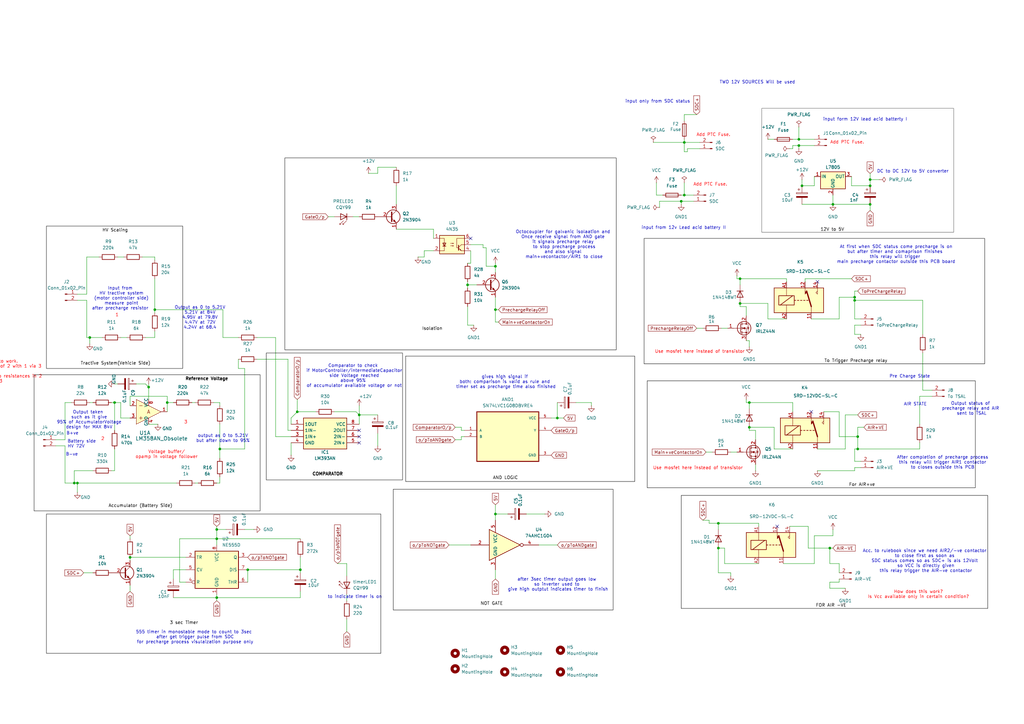
<source format=kicad_sch>
(kicad_sch (version 20231120) (generator "eeschema") (generator_version "8.0")
  (paper "A3")
  (junction (at 191.77 116.84))
  (junction (at 356.87 73.66))
  (junction (at 280.67 58.42))
  (junction (at 63.5 127))
  (junction (at 294.64 224.79))
  (junction (at 307.34 165.1))
  (junction (at 60.96 158.75))
  (junction (at 327.66 57.15))
  (junction (at 294.64 214.63))
  (junction (at 303.53 114.3))
  (junction (at 356.87 83.82))
  (junction (at 356.87 76.2))
  (junction (at 90.17 184.15))
  (junction (at 340.36 224.79))
  (junction (at 121.92 168.91))
  (junction (at 327.66 59.69))
  (junction (at 88.9 217.17))
  (junction (at 53.34 228.6))
  (junction (at 351.79 184.15))
  (junction (at 203.2 109.22))
  (junction (at 303.53 124.46))
  (junction (at 203.2 127))
  (junction (at 203.2 210.82))
  (junction (at 307.34 175.26))
  (junction (at 280.67 80.01))
  (junction (at 341.63 83.82))
  (junction (at 351.79 179.07))
  (junction (at 123.19 233.68))
  (junction (at 36.83 138.43))
  (junction (at 328.93 76.2))
  (junction (at 101.6 233.68))
  (junction (at 31.75 198.12))
  (junction (at 68.58 165.1))
  (junction (at 88.9 245.11))
  (junction (at 147.32 170.18))
  (junction (at 279.4 82.55))
  (junction (at 88.9 220.98))
  (junction (at 30.48 198.12))
  (junction (at 228.6 171.45))
  (junction (at 350.52 121.92))
  (junction (at 350.52 123.19))
  (junction (at 46.99 165.1))
  (no_connect (at 332.74 168.91))
  (no_connect (at 147.32 176.53))
  (no_connect (at 147.32 181.61))
  (no_connect (at 147.32 179.07))
  (no_connect (at 318.77 215.9))
  (no_connect (at 193.04 97.79))
  (no_connect (at 335.28 115.57))
  (wire (pts (xy 189.23 176.53) (xy 190.5 176.53)))
  (wire (pts (xy 327.66 59.69) (xy 334.01 59.69)))
  (wire (pts (xy 327.66 57.15) (xy 334.01 57.15)))
  (wire (pts (xy 309.88 176.53) (xy 307.34 176.53)))
  (wire (pts (xy 344.17 231.14) (xy 344.17 234.95)))
  (wire (pts (xy 350.52 191.77) (xy 353.06 191.77)))
  (wire (pts (xy 317.5 184.15) (xy 325.12 184.15)))
  (wire (pts (xy 349.25 76.2) (xy 356.87 76.2)))
  (wire (pts (xy 314.96 57.15) (xy 317.5 57.15)))
  (wire (pts (xy 137.16 168.91) (xy 146.05 168.91)))
  (wire (pts (xy 331.47 224.79) (xy 340.36 224.79)))
  (wire (pts (xy 35.56 123.19) (xy 35.56 138.43)))
  (wire (pts (xy 147.32 166.37) (xy 147.32 170.18)))
  (wire (pts (xy 302.26 113.03) (xy 302.26 114.3)))
  (wire (pts (xy 341.63 224.79) (xy 340.36 224.79)))
  (wire (pts (xy 346.71 241.3) (xy 340.36 241.3)))
  (wire (pts (xy 60.96 157.48) (xy 60.96 158.75)))
  (wire (pts (xy 113.03 179.07) (xy 119.38 179.07)))
  (wire (pts (xy 68.58 165.1) (xy 71.12 165.1)))
  (wire (pts (xy 49.53 138.43) (xy 52.07 138.43)))
  (wire (pts (xy 88.9 246.38) (xy 88.9 245.11)))
  (wire (pts (xy 147.32 170.18) (xy 154.94 170.18)))
  (wire (pts (xy 88.9 245.11) (xy 88.9 243.84)))
  (wire (pts (xy 177.8 93.98) (xy 177.8 97.79)))
  (wire (pts (xy 204.47 132.08) (xy 203.2 132.08)))
  (wire (pts (xy 314.96 130.81) (xy 322.58 130.81)))
  (wire (pts (xy 31.75 201.93) (xy 31.75 198.12)))
  (wire (pts (xy 22.86 182.88) (xy 26.67 182.88)))
  (wire (pts (xy 344.17 179.07) (xy 351.79 179.07)))
  (wire (pts (xy 34.29 234.95) (xy 38.1 234.95)))
  (wire (pts (xy 280.67 74.93) (xy 280.67 80.01)))
  (wire (pts (xy 53.34 171.45) (xy 49.53 171.45)))
  (wire (pts (xy 299.72 185.42) (xy 302.26 185.42)))
  (wire (pts (xy 314.96 124.46) (xy 314.96 130.81)))
  (wire (pts (xy 31.75 123.19) (xy 35.56 123.19)))
  (wire (pts (xy 280.67 80.01) (xy 284.48 80.01)))
  (wire (pts (xy 325.12 59.69) (xy 327.66 59.69)))
  (wire (pts (xy 321.31 231.14) (xy 334.01 231.14)))
  (wire (pts (xy 340.36 231.14) (xy 340.36 224.79)))
  (wire (pts (xy 123.19 242.57) (xy 123.19 245.11)))
  (wire (pts (xy 90.17 173.99) (xy 90.17 184.15)))
  (wire (pts (xy 311.15 214.63) (xy 311.15 215.9)))
  (wire (pts (xy 186.69 175.26) (xy 189.23 175.26)))
  (wire (pts (xy 378.46 123.19) (xy 378.46 137.16)))
  (wire (pts (xy 353.06 130.81) (xy 350.52 130.81)))
  (wire (pts (xy 279.4 82.55) (xy 284.48 82.55)))
  (wire (pts (xy 297.18 224.79) (xy 294.64 224.79)))
  (wire (pts (xy 36.83 138.43) (xy 36.83 140.97)))
  (wire (pts (xy 184.15 223.52) (xy 193.04 223.52)))
  (wire (pts (xy 58.42 105.41) (xy 63.5 105.41)))
  (wire (pts (xy 198.12 101.6) (xy 199.39 101.6)))
  (wire (pts (xy 123.19 233.68) (xy 123.19 234.95)))
  (wire (pts (xy 71.12 233.68) (xy 76.2 233.68)))
  (wire (pts (xy 302.26 114.3) (xy 303.53 114.3)))
  (wire (pts (xy 323.85 60.96) (xy 325.12 60.96)))
  (wire (pts (xy 199.39 109.22) (xy 203.2 109.22)))
  (wire (pts (xy 198.12 100.33) (xy 198.12 101.6)))
  (wire (pts (xy 173.99 102.87) (xy 177.8 102.87)))
  (wire (pts (xy 317.5 175.26) (xy 317.5 184.15)))
  (wire (pts (xy 189.23 175.26) (xy 189.23 176.53)))
  (wire (pts (xy 334.01 219.71) (xy 341.63 219.71)))
  (wire (pts (xy 73.66 220.98) (xy 73.66 238.76)))
  (wire (pts (xy 59.69 157.48) (xy 60.96 158.75)))
  (wire (pts (xy 351.79 184.15) (xy 351.79 179.07)))
  (wire (pts (xy 344.17 121.92) (xy 350.52 121.92)))
  (wire (pts (xy 356.87 83.82) (xy 356.87 86.36)))
  (wire (pts (xy 346.71 170.18) (xy 351.79 170.18)))
  (wire (pts (xy 335.28 193.04) (xy 350.52 193.04)))
  (wire (pts (xy 189.23 180.34) (xy 186.69 180.34)))
  (wire (pts (xy 63.5 105.41) (xy 63.5 106.68)))
  (wire (pts (xy 90.17 184.15) (xy 100.33 184.15)))
  (wire (pts (xy 341.63 83.82) (xy 356.87 83.82)))
  (wire (pts (xy 350.52 123.19) (xy 350.52 130.81)))
  (wire (pts (xy 71.12 245.11) (xy 88.9 245.11)))
  (wire (pts (xy 377.19 184.15) (xy 377.19 181.61)))
  (wire (pts (xy 303.53 114.3) (xy 303.53 116.84)))
  (wire (pts (xy 303.53 125.73) (xy 303.53 124.46)))
  (wire (pts (xy 242.57 165.1) (xy 236.22 165.1)))
  (wire (pts (xy 295.91 134.62) (xy 298.45 134.62)))
  (wire (pts (xy 162.56 76.2) (xy 162.56 83.82)))
  (wire (pts (xy 281.94 60.96) (xy 287.02 60.96)))
  (wire (pts (xy 344.17 130.81) (xy 344.17 121.92)))
  (wire (pts (xy 203.2 107.95) (xy 203.2 109.22)))
  (wire (pts (xy 100.33 151.13) (xy 97.79 151.13)))
  (wire (pts (xy 194.31 133.35) (xy 191.77 133.35)))
  (wire (pts (xy 146.05 168.91) (xy 147.32 170.18)))
  (wire (pts (xy 309.88 190.5) (xy 309.88 193.04)))
  (wire (pts (xy 60.96 173.99) (xy 64.77 173.99)))
  (wire (pts (xy 353.06 189.23) (xy 350.52 189.23)))
  (wire (pts (xy 203.2 207.01) (xy 203.2 210.82)))
  (wire (pts (xy 285.75 46.99) (xy 280.67 46.99)))
  (wire (pts (xy 334.01 72.39) (xy 334.01 76.2)))
  (wire (pts (xy 190.5 179.07) (xy 189.23 179.07)))
  (wire (pts (xy 59.69 138.43) (xy 63.5 138.43)))
  (wire (pts (xy 280.67 46.99) (xy 280.67 49.53)))
  (wire (pts (xy 307.34 142.24) (xy 307.34 139.7)))
  (wire (pts (xy 45.72 165.1) (xy 46.99 165.1)))
  (wire (pts (xy 154.94 71.12) (xy 151.13 71.12)))
  (wire (pts (xy 378.46 144.78) (xy 378.46 160.02)))
  (wire (pts (xy 154.94 177.8) (xy 154.94 182.88)))
  (wire (pts (xy 346.71 184.15) (xy 346.71 170.18)))
  (wire (pts (xy 306.07 129.54) (xy 306.07 125.73)))
  (wire (pts (xy 297.18 231.14) (xy 311.15 231.14)))
  (wire (pts (xy 63.5 114.3) (xy 63.5 127)))
  (wire (pts (xy 228.6 171.45) (xy 231.14 171.45)))
  (wire (pts (xy 203.2 121.92) (xy 203.2 127)))
  (wire (pts (xy 121.92 163.83) (xy 121.92 168.91)))
  (wire (pts (xy 191.77 116.84) (xy 191.77 118.11)))
  (wire (pts (xy 88.9 245.11) (xy 123.19 245.11)))
  (wire (pts (xy 191.77 125.73) (xy 191.77 133.35)))
  (wire (pts (xy 123.19 220.98) (xy 88.9 220.98)))
  (wire (pts (xy 378.46 160.02) (xy 382.27 160.02)))
  (wire (pts (xy 193.04 107.95) (xy 191.77 107.95)))
  (wire (pts (xy 97.79 151.13) (xy 97.79 147.32)))
  (wire (pts (xy 350.52 119.38) (xy 350.52 121.92)))
  (wire (pts (xy 118.11 176.53) (xy 119.38 176.53)))
  (wire (pts (xy 269.24 80.01) (xy 271.78 80.01)))
  (wire (pts (xy 307.34 176.53) (xy 307.34 175.26)))
  (wire (pts (xy 90.17 198.12) (xy 90.17 195.58)))
  (wire (pts (xy 191.77 116.84) (xy 195.58 116.84)))
  (wire (pts (xy 377.19 173.99) (xy 377.19 162.56)))
  (wire (pts (xy 288.29 213.36) (xy 290.83 213.36)))
  (wire (pts (xy 173.99 105.41) (xy 171.45 105.41)))
  (wire (pts (xy 191.77 115.57) (xy 191.77 116.84)))
  (wire (pts (xy 280.67 57.15) (xy 280.67 58.42)))
  (wire (pts (xy 269.24 74.93) (xy 269.24 80.01)))
  (wire (pts (xy 215.9 210.82) (xy 223.52 210.82)))
  (wire (pts (xy 129.54 168.91) (xy 121.92 168.91)))
  (wire (pts (xy 325.12 165.1) (xy 325.12 168.91)))
  (wire (pts (xy 91.44 127) (xy 91.44 138.43)))
  (wire (pts (xy 53.34 166.37) (xy 53.34 162.56)))
  (wire (pts (xy 119.38 181.61) (xy 119.38 186.69)))
  (wire (pts (xy 46.99 184.15) (xy 46.99 193.04)))
  (wire (pts (xy 203.2 233.68) (xy 203.2 237.49)))
  (wire (pts (xy 36.83 138.43) (xy 41.91 138.43)))
  (wire (pts (xy 203.2 210.82) (xy 203.2 213.36)))
  (wire (pts (xy 78.74 165.1) (xy 80.01 165.1)))
  (wire (pts (xy 294.64 224.79) (xy 294.64 234.95)))
  (wire (pts (xy 327.66 60.96) (xy 327.66 59.69)))
  (wire (pts (xy 351.79 184.15) (xy 377.19 184.15)))
  (wire (pts (xy 53.34 162.56) (xy 68.58 162.56)))
  (wire (pts (xy 55.88 157.48) (xy 59.69 157.48)))
  (wire (pts (xy 351.79 179.07) (xy 351.79 175.26)))
  (wire (pts (xy 330.2 114.3) (xy 349.25 114.3)))
  (wire (pts (xy 351.79 119.38) (xy 350.52 119.38)))
  (wire (pts (xy 350.52 137.16) (xy 350.52 133.35)))
  (wire (pts (xy 341.63 219.71) (xy 341.63 217.17)))
  (wire (pts (xy 303.53 114.3) (xy 322.58 114.3)))
  (wire (pts (xy 350.52 133.35) (xy 353.06 133.35)))
  (wire (pts (xy 377.19 162.56) (xy 382.27 162.56)))
  (wire (pts (xy 226.06 171.45) (xy 228.6 171.45)))
  (wire (pts (xy 46.99 165.1) (xy 46.99 176.53)))
  (wire (pts (xy 138.43 231.14) (xy 142.24 231.14)))
  (wire (pts (xy 35.56 138.43) (xy 36.83 138.43)))
  (wire (pts (xy 80.01 198.12) (xy 81.28 198.12)))
  (wire (pts (xy 63.5 127) (xy 91.44 127)))
  (wire (pts (xy 289.56 185.42) (xy 292.1 185.42)))
  (wire (pts (xy 26.67 180.34) (xy 26.67 165.1)))
  (wire (pts (xy 35.56 120.65) (xy 35.56 105.41)))
  (wire (pts (xy 331.47 215.9) (xy 331.47 224.79)))
  (wire (pts (xy 325.12 60.96) (xy 325.12 59.69)))
  (wire (pts (xy 63.5 127) (xy 63.5 128.27)))
  (wire (pts (xy 68.58 165.1) (xy 68.58 168.91)))
  (wire (pts (xy 350.52 189.23) (xy 350.52 184.15)))
  (wire (pts (xy 63.5 138.43) (xy 63.5 135.89)))
  (wire (pts (xy 46.99 157.48) (xy 48.26 157.48)))
  (wire (pts (xy 228.6 165.1) (xy 228.6 171.45)))
  (wire (pts (xy 193.04 100.33) (xy 198.12 100.33)))
  (wire (pts (xy 53.34 228.6) (xy 53.34 229.87)))
  (wire (pts (xy 307.34 165.1) (xy 307.34 167.64)))
  (wire (pts (xy 113.03 138.43) (xy 105.41 138.43)))
  (wire (pts (xy 49.53 171.45) (xy 49.53 165.1)))
  (wire (pts (xy 349.25 72.39) (xy 349.25 76.2)))
  (wire (pts (xy 327.66 52.07) (xy 327.66 57.15)))
  (wire (pts (xy 30.48 193.04) (xy 38.1 193.04)))
  (wire (pts (xy 203.2 127) (xy 204.47 127)))
  (wire (pts (xy 354.33 175.26) (xy 351.79 175.26)))
  (wire (pts (xy 199.39 101.6) (xy 199.39 109.22)))
  (wire (pts (xy 26.67 198.12) (xy 30.48 198.12)))
  (wire (pts (xy 307.34 175.26) (xy 317.5 175.26)))
  (wire (pts (xy 193.04 102.87) (xy 193.04 107.95)))
  (wire (pts (xy 323.85 215.9) (xy 331.47 215.9)))
  (wire (pts (xy 113.03 138.43) (xy 113.03 179.07)))
  (wire (pts (xy 203.2 132.08) (xy 203.2 127)))
  (wire (pts (xy 88.9 215.9) (xy 88.9 217.17)))
  (wire (pts (xy 280.67 58.42) (xy 287.02 58.42)))
  (wire (pts (xy 53.34 228.6) (xy 76.2 228.6)))
  (wire (pts (xy 290.83 214.63) (xy 294.64 214.63)))
  (wire (pts (xy 144.78 88.9) (xy 147.32 88.9)))
  (wire (pts (xy 350.52 184.15) (xy 351.79 184.15)))
  (wire (pts (xy 356.87 71.12) (xy 356.87 73.66)))
  (wire (pts (xy 162.56 93.98) (xy 177.8 93.98)))
  (wire (pts (xy 270.51 85.09) (xy 270.51 82.55)))
  (wire (pts (xy 332.74 130.81) (xy 344.17 130.81)))
  (wire (pts (xy 328.93 83.82) (xy 341.63 83.82)))
  (wire (pts (xy 88.9 223.52) (xy 88.9 220.98)))
  (wire (pts (xy 306.07 125.73) (xy 303.53 125.73)))
  (wire (pts (xy 330.2 115.57) (xy 330.2 114.3)))
  (wire (pts (xy 328.93 73.66) (xy 328.93 76.2)))
  (wire (pts (xy 281.94 62.23) (xy 280.67 62.23)))
  (wire (pts (xy 285.75 134.62) (xy 288.29 134.62)))
  (wire (pts (xy 297.18 224.79) (xy 297.18 231.14)))
  (wire (pts (xy 53.34 240.03) (xy 53.34 242.57)))
  (wire (pts (xy 203.2 109.22) (xy 203.2 111.76)))
  (wire (pts (xy 142.24 231.14) (xy 142.24 236.22)))
  (wire (pts (xy 294.64 234.95) (xy 299.72 234.95)))
  (wire (pts (xy 88.9 198.12) (xy 90.17 198.12)))
  (wire (pts (xy 294.64 214.63) (xy 294.64 217.17)))
  (wire (pts (xy 31.75 198.12) (xy 72.39 198.12)))
  (wire (pts (xy 60.96 158.75) (xy 60.96 163.83)))
  (wire (pts (xy 270.51 82.55) (xy 279.4 82.55)))
  (wire (pts (xy 121.92 168.91) (xy 119.38 171.45)))
  (wire (pts (xy 294.64 214.63) (xy 311.15 214.63)))
  (wire (pts (xy 134.62 88.9) (xy 137.16 88.9)))
  (wire (pts (xy 334.01 76.2) (xy 328.93 76.2)))
  (wire (pts (xy 68.58 162.56) (xy 68.58 165.1)))
  (wire (pts (xy 26.67 165.1) (xy 29.21 165.1)))
  (wire (pts (xy 189.23 179.07) (xy 189.23 180.34)))
  (wire (pts (xy 350.52 193.04) (xy 350.52 191.77)))
  (wire (pts (xy 344.17 231.14) (xy 340.36 231.14)))
  (wire (pts (xy 147.32 170.18) (xy 147.32 173.99)))
  (wire (pts (xy 290.83 213.36) (xy 290.83 214.63)))
  (wire (pts (xy 100.33 217.17) (xy 104.14 217.17)))
  (wire (pts (xy 31.75 120.65) (xy 35.56 120.65)))
  (wire (pts (xy 306.07 165.1) (xy 307.34 165.1)))
  (wire (pts (xy 48.26 105.41) (xy 50.8 105.41)))
  (wire (pts (xy 88.9 217.17) (xy 92.71 217.17)))
  (wire (pts (xy 118.11 147.32) (xy 118.11 176.53)))
  (wire (pts (xy 45.72 193.04) (xy 46.99 193.04)))
  (wire (pts (xy 281.94 60.96) (xy 281.94 62.23)))
  (wire (pts (xy 154.94 68.58) (xy 154.94 71.12)))
  (wire (pts (xy 309.88 180.34) (xy 309.88 176.53)))
  (wire (pts (xy 36.83 165.1) (xy 38.1 165.1)))
  (wire (pts (xy 87.63 165.1) (xy 90.17 165.1)))
  (wire (pts (xy 53.34 219.71) (xy 53.34 220.98)))
  (wire (pts (xy 307.34 165.1) (xy 325.12 165.1)))
  (wire (pts (xy 49.53 165.1) (xy 46.99 165.1)))
  (wire (pts (xy 299.72 234.95) (xy 299.72 236.22)))
  (wire (pts (xy 26.67 182.88) (xy 26.67 198.12)))
  (wire (pts (xy 154.94 68.58) (xy 162.56 68.58)))
  (wire (pts (xy 30.48 193.04) (xy 30.48 198.12)))
  (wire (pts (xy 350.52 121.92) (xy 350.52 123.19)))
  (wire (pts (xy 71.12 237.49) (xy 71.12 233.68)))
  (wire (pts (xy 303.53 124.46) (xy 314.96 124.46)))
  (wire (pts (xy 90.17 165.1) (xy 90.17 166.37)))
  (wire (pts (xy 356.87 73.66) (xy 360.68 73.66)))
  (wire (pts (xy 267.97 58.42) (xy 280.67 58.42)))
  (wire (pts (xy 242.57 166.37) (xy 242.57 165.1)))
  (wire (pts (xy 91.44 138.43) (xy 97.79 138.43)))
  (wire (pts (xy 203.2 210.82) (xy 208.28 210.82)))
  (wire (pts (xy 100.33 151.13) (xy 100.33 184.15)))
  (wire (pts (xy 350.52 123.19) (xy 378.46 123.19)))
  (wire (pts (xy 340.36 238.76) (xy 340.36 241.3)))
  (wire (pts (xy 306.07 163.83) (xy 306.07 165.1)))
  (wire (pts (xy 173.99 102.87) (xy 173.99 105.41)))
  (wire (pts (xy 356.87 73.66) (xy 356.87 76.2)))
  (wire (pts (xy 307.34 139.7) (xy 306.07 139.7)))
  (wire (pts (xy 88.9 217.17) (xy 88.9 220.98)))
  (wire (pts (xy 35.56 105.41) (xy 40.64 105.41)))
  (wire (pts (xy 119.38 171.45) (xy 119.38 173.99)))
  (wire (pts (xy 325.12 57.15) (xy 327.66 57.15)))
  (wire (pts (xy 280.67 62.23) (xy 280.67 58.42)))
  (wire (pts (xy 101.6 233.68) (xy 101.6 238.76)))
  (wire (pts (xy 350.52 137.16) (xy 353.06 137.16)))
  (wire (pts (xy 73.66 238.76) (xy 76.2 238.76)))
  (wire (pts (xy 337.82 168.91) (xy 344.17 168.91)))
  (wire (pts (xy 335.28 184.15) (xy 346.71 184.15)))
  (wire (pts (xy 88.9 220.98) (xy 73.66 220.98)))
  (wire (pts (xy 123.19 228.6) (xy 123.19 233.68)))
  (wire (pts (xy 322.58 114.3) (xy 322.58 115.57)))
  (wire (pts (xy 334.01 231.14) (xy 334.01 219.71)))
  (wire (pts (xy 340.36 238.76) (xy 344.17 238.76)))
  (wire (pts (xy 341.63 80.01) (xy 341.63 83.82)))
  (wire (pts (xy 279.4 82.55) (xy 279.4 83.82)))
  (wire (pts (xy 279.4 80.01) (xy 280.67 80.01)))
  (wire (pts (xy 22.86 180.34) (xy 26.67 180.34)))
  (wire (pts (xy 142.24 243.84) (xy 142.24 246.38)))
  (wire (pts (xy 118.11 147.32) (xy 105.41 147.32)))
  (wire (pts (xy 220.98 223.52) (xy 228.6 223.52)))
  (wire (pts (xy 344.17 238.76) (xy 344.17 237.49)))
  (wire (pts (xy 90.17 184.15) (xy 90.17 187.96)))
  (wire (pts (xy 142.24 254) (xy 142.24 259.08)))
  (wire (pts (xy 30.48 198.12) (xy 31.75 198.12)))
  (wire (pts (xy 344.17 168.91) (xy 344.17 179.07)))
  (wire (pts (xy 101.6 233.68) (xy 123.19 233.68)))
  (rectangle (start 19.05 92.71) (end 74.93 151.13) (stroke (width 0) (color 0 0 0 1)))
  (rectangle (start 109.22 144.78) (end 165.1 196.85) (stroke (width 0) (color 0 0 0 1)))
  (rectangle (start 116.84 64.77) (end 252.73 143.51) (stroke (width 0) (color 0 0 0 1)))
  (rectangle (start 312.42 44.45) (end 391.16 95.25) (stroke (width 0.1) (color 0 0 0 1)))
  (rectangle (start 264.16 97.79) (end 403.86 149.225) (stroke (width 0) (color 0 0 0 1)))
  (rectangle (start 279.4 203.2) (end 405.13 249.555) (stroke (width 0) (color 0 0 0 1)))
  (rectangle (start 13.97 153.67) (end 106.68 209.55) (stroke (width 0) (color 0 0 0 1)))
  (rectangle (start 265.43 156.21) (end 400.05 200.025) (stroke (width 0) (color 0 0 0 1)))
  (rectangle (start 161.29 200.66) (end 251.46 250.19) (stroke (width 0) (color 0 0 0 1)))
  (rectangle (start 19.05 210.82) (end 156.21 267.97) (stroke (width 0) (color 0 0 0 1)))
  (rectangle (start 166.37 146.05) (end 260.35 197.485) (stroke (width 0) (color 0 0 0 1)))
  (text "Acc. to rulebook since we need AIR2/-ve contactor \nto close first as soon as \nSDC status comes so as SDC+ is als 12Volt \nso VCC is directly given\nthis relay trigger the AIR-ve contactor" (at 379.73 230.124 0) (effects (font (size 1.27 1.27))))
  (text "B+ve" (at 29.718 177.8 0) (effects (font (size 1.27 1.27))))
  (text "FOR AIR -VE" (at 340.868 248.412 0) (effects (font (size 1.27 1.27))))
  (text "After completion of precharge process\nthis relay will trigger AIR1 contactor\n to closes outside this PCB " (at 386.588 189.738 0) (effects (font (size 1.27 1.27))))
  (text "TWO 12V SOURCES Will be used\n" (at 310.642 33.782 0) (effects (font (size 1.27 1.27))))
  (text "Output taken \nsuch as it give\n95% of AccumulatorVoltage\ndesign for MAX 84V" (at 36.576 172.212 0) (effects (font (size 1.27 1.27))))
  (text "B-ve" (at 29.464 186.436 0) (effects (font (size 1.27 1.27))))
  (text "Battery side" (at 33.528 181.102 0) (effects (font (size 1.27 1.27))))
  (text "output as 0 to 5.21V\nbut after down to 95%" (at 91.44 179.832 0) (effects (font (size 1.27 1.27))))
  (text "Add PTC Fuse." (at 292.608 55.372 0) (effects (font (size 1.27 1.27))))
  (text "COMPARATOR" (at 134.366 194.564 0) (effects (font (size 1.27 1.27) (thickness 0.254) (bold yes))))
  (text "Output status of \nprecharge relay and AIR \nsent to TSAL" (at 398.526 167.64 0) (effects (font (size 1.27 1.27))))
  (text "input only from SDC status\n" (at 269.748 41.656 0) (effects (font (size 1.27 1.27))))
  (text "NOT GATE" (at 201.676 247.65 0) (effects (font (size 1.27 1.27))))
  (text "Comparator to check \nif MotorController/intermediateCapacitor\nside Voltage reached\nabove 95% \nof accumulator available voltage or not" (at 145.288 154.178 0) (effects (font (size 1.27 1.27))))
  (text "Isolation" (at 177.292 134.874 0) (effects (font (size 1.27 1.27))))
  (text "How does this work?\nIs Vcc available only in certain condition?" (at 376.682 243.84 0) (effects (font (size 1.27 1.27))))
  (text "At first when SDC status come precharge is on\nbut after timer and comaprison finishes \nthis relay will trigger \nmain precharge contactor outside this PCB board" (at 367.538 104.394 0) (effects (font (size 1.27 1.27))))
  (text "Use mosfet here instead of transistor" (at 286.258 192.024 0) (effects (font (size 1.27 1.27))))
  (text "3 sec Timer" (at 75.438 255.524 0) (effects (font (size 1.27 1.27))))
  (text "after 3sec timer output goes low \nso inverter used to \ngive high outptut indicates timer to finish" (at 228.854 239.776 0) (effects (font (size 1.27 1.27))))
  (text "Reference Voltage" (at 75.946 156.21 0) (effects (font (size 1.27 1.27) (thickness 0.254) (bold yes)) (justify left bottom)))
  (text "Add PTC Fuse." (at 291.338 75.692 0) (effects (font (size 1.27 1.27))))
  (text "Pre Charge State" (at 373.126 154.432 0) (effects (font (size 1.27 1.27))))
  (text "12V to 5V\n" (at 341.376 94.234 0) (effects (font (size 1.27 1.27))))
  (text "555 timer in monostable mode to count to 3sec \nafter get trigger pulse from SDC\nfor precharge process visulaization purpose only" (at 80.01 261.366 0) (effects (font (size 1.27 1.27))))
  (text "Use mosfet here instead of transistor" (at 287.02 144.272 0) (effects (font (size 1.27 1.27))))
  (text "Add PTC Fuse." (at 347.472 58.42 0) (effects (font (size 1.27 1.27))))
  (text "gives high signal if \nboth: comparison is valid as rule and \ntimer set as precharge time also finished" (at 207.518 156.718 0) (effects (font (size 1.27 1.27))))
  (text "input form 12V lead acid batterty I" (at 354.838 49.022 0) (effects (font (size 1.27 1.27))))
  (text "Output as 0 to 5.21V\n5.21V at 84V\n4.95V at 79.8V\n4.47V at 72V\n4.24V at 68.4" (at 82.042 130.302 0) (effects (font (size 1.27 1.27))))
  (text "AIR STATE\n" (at 375.412 165.862 0) (effects (font (size 1.27 1.27))))
  (text "DC to DC 12V to 5V converter" (at 374.396 70.358 0) (effects (font (size 1.27 1.27))))
  (text "Tractive System(Vehicle Side)" (at 33.02 149.86 0) (effects (font (size 1.27 1.27)) (justify left bottom)))
  (text "HV 72V" (at 31.242 183.134 0) (effects (font (size 1.27 1.27))))
  (text "2" (at 42.164 180.086 0) (effects (font (size 1.27 1.27))))
  (text "Octocoupler for galvanic isolaation and \nOnce receive signal from AND gate \nit signals precharge relay \nto stop precharge process\nand also signal \nmain+vecontactor/AIR1 to close" (at 231.394 100.33 0) (effects (font (size 1.27 1.27))))
  (text "Voltage buffer/\nopamp in voltage follower" (at 68.326 186.436 0) (effects (font (size 1.27 1.27))))
  (text "HV Scaling" (at 41.91 95.25 0) (effects (font (size 1.27 1.27)) (justify left bottom)))
  (text "Input from \nHV tractive system\n(motor controller side)\nmeasure point\nafter precharge resistor " (at 49.784 122.428 0) (effects (font (size 1.27 1.27))))
  (text "For AIR+ve" (at 353.568 198.882 0) (effects (font (size 1.27 1.27))))
  (text "1" (at 48.006 129.286 0) (effects (font (size 1.27 1.27))))
  (text "3" (at 76.2 173.228 0) (effects (font (size 1.27 1.27))))
  (text "AND LOGIC \n" (at 207.772 196.088 0) (effects (font (size 1.27 1.27))))
  (text "to indicate timer is on" (at 145.542 244.856 0) (effects (font (size 1.27 1.27))))
  (text "Accumulator (Battery Side)" (at 44.45 208.28 0) (effects (font (size 1.27 1.27)) (justify left bottom)))
  (text "Can't properly undertand how this is suppoed to work.\nIf you are tryig to get comparable voltage from out put of 2 with 1 via 3\nIt won't work unless either\n- you increase resistance in 3 much higher compared to resistances in 2\n- Add a voltage buffer between to and 3" (at -19.304 152.4 0) (effects (font (size 1.27 1.27))))
  (text "To Trigger Precharge relay" (at 351.028 148.082 0) (effects (font (size 1.27 1.27))))
  (text "input from 12v Lead acid battery II" (at 280.416 93.472 0) (effects (font (size 1.27 1.27))))
  (global_label "GateO{slash}p" (shape input) (at 226.06 176.53 0) (property "Intersheetrefs" "${INTERSHEET_REFS}" (effects (hide yes))))
  (global_label "PrechargeRelayOff" (shape input) (at 285.75 134.62 180) (property "Intersheetrefs" "${INTERSHEET_REFS}" (effects (hide yes))))
  (global_label "o{slash}pToNOTgate" (shape input) (at 138.43 231.14 90) (property "Intersheetrefs" "${INTERSHEET_REFS}" (effects (hide yes))))
  (global_label "SDC+" (shape input) (at 34.29 234.95 180) (property "Intersheetrefs" "${INTERSHEET_REFS}" (effects (hide yes))))
  (global_label "SDC+" (shape input) (at 351.79 170.18 0) (property "Intersheetrefs" "${INTERSHEET_REFS}" (effects (hide yes))))
  (global_label "Main+veContactorOn" (shape input) (at 289.56 185.42 180) (property "Intersheetrefs" "${INTERSHEET_REFS}" (effects (hide yes))))
  (global_label "GND" (shape input) (at 203.2 237.49 270) (property "Intersheetrefs" "${INTERSHEET_REFS}" (effects (hide yes))))
  (global_label "SDC+" (shape input) (at 288.29 213.36 90) (property "Intersheetrefs" "${INTERSHEET_REFS}" (effects (hide yes))))
  (global_label "SDC+" (shape input) (at 285.75 46.99 90) (property "Intersheetrefs" "${INTERSHEET_REFS}" (effects (hide yes))))
  (global_label "GND" (shape input) (at 142.24 259.08 270) (property "Intersheetrefs" "${INTERSHEET_REFS}" (effects (hide yes))))
  (global_label "Main+veContactorOn" (shape input) (at 204.47 132.08 0) (property "Intersheetrefs" "${INTERSHEET_REFS}" (effects (hide yes))))
  (global_label "ToPreChargeRelay" (shape input) (at 351.79 119.38 0) (property "Intersheetrefs" "${INTERSHEET_REFS}" (effects (hide yes))))
  (global_label "GND" (shape input) (at 356.87 86.36 270) (property "Intersheetrefs" "${INTERSHEET_REFS}" (effects (hide yes))))
  (global_label "AIR+VE" (shape input) (at 354.33 175.26 0) (property "Intersheetrefs" "${INTERSHEET_REFS}" (effects (hide yes))))
  (global_label "5V" (shape input) (at 88.9 215.9 90) (property "Intersheetrefs" "${INTERSHEET_REFS}" (effects (hide yes))))
  (global_label "o{slash}pToANDgate" (shape input) (at 186.69 180.34 180) (property "Intersheetrefs" "${INTERSHEET_REFS}" (effects (hide yes))))
  (global_label "GND" (shape input) (at 226.06 186.69 0) (property "Intersheetrefs" "${INTERSHEET_REFS}" (effects (hide yes))))
  (global_label "5V" (shape input) (at 231.14 171.45 0) (property "Intersheetrefs" "${INTERSHEET_REFS}" (effects (hide yes))))
  (global_label "SDC+" (shape input) (at 349.25 114.3 0) (property "Intersheetrefs" "${INTERSHEET_REFS}" (effects (hide yes))))
  (global_label "PrechargeRelayOff" (shape input) (at 204.47 127 0) (property "Intersheetrefs" "${INTERSHEET_REFS}" (effects (hide yes))))
  (global_label "o{slash}pToANDgate" (shape input) (at 228.6 223.52 0) (property "Intersheetrefs" "${INTERSHEET_REFS}" (effects (hide yes))))
  (global_label "ComparatorO{slash}p" (shape input) (at 121.92 163.83 90) (property "Intersheetrefs" "${INTERSHEET_REFS}" (effects (hide yes))))
  (global_label "5V" (shape input) (at 203.2 207.01 90) (property "Intersheetrefs" "${INTERSHEET_REFS}" (effects (hide yes))))
  (global_label "GND" (shape input) (at 88.9 246.38 270) (property "Intersheetrefs" "${INTERSHEET_REFS}" (effects (hide yes))))
  (global_label "5V" (shape input) (at 356.87 71.12 90) (property "Intersheetrefs" "${INTERSHEET_REFS}" (effects (hide yes))))
  (global_label "GateO{slash}p" (shape input) (at 134.62 88.9 180) (property "Intersheetrefs" "${INTERSHEET_REFS}" (effects (hide yes))))
  (global_label "ComparatorO{slash}p" (shape input) (at 186.69 175.26 180) (property "Intersheetrefs" "${INTERSHEET_REFS}" (effects (hide yes))))
  (global_label "o{slash}pToNOTgate" (shape input) (at 184.15 223.52 180) (property "Intersheetrefs" "${INTERSHEET_REFS}" (effects (hide yes))))
  (global_label "AIR-VE" (shape input) (at 341.63 224.79 0) (property "Intersheetrefs" "${INTERSHEET_REFS}" (effects (hide yes))))
  (global_label "GND" (shape input) (at 53.34 242.57 270) (property "Intersheetrefs" "${INTERSHEET_REFS}" (effects (hide yes))))
  (global_label "o{slash}pToNOTgate" (shape input) (at 101.6 228.6 0) (property "Intersheetrefs" "${INTERSHEET_REFS}" (effects (hide yes))))
  (global_label "5V" (shape input) (at 53.34 219.71 90) (property "Intersheetrefs" "${INTERSHEET_REFS}" (effects (hide yes))))
  (symbol (lib_id "power:GND") (at 327.66 60.96 0) (unit 1)
    (property "Reference" "#PWR01" (effects (hide yes)))
    (property "Value" "GND" (at 327.66 66.04 0))
    (property "Description" "Power symbol creates a global label with name \"GND\" , ground" (effects (hide yes)))
  )
  (symbol (lib_id "power:+12V") (at 151.13 71.12 0) (unit 1)
    (property "Reference" "#PWR012" (effects (hide yes)))
    (property "Value" "+12V" (at 151.13 66.04 0))
    (property "Description" "Power symbol creates a global label with name \"+12V\"" (effects (hide yes)))
  )
  (symbol (lib_id "power:+12V") (at 341.63 217.17 0) (unit 1)
    (property "Reference" "#PWR03" (effects (hide yes)))
    (property "Value" "VCC" (at 341.63 212.09 0))
    (property "Description" "Power symbol creates a global label with name \"+12V\"" (effects (hide yes)))
  )
  (symbol (lib_id "Connector:Conn_01x02_Pin") (at 292.1 60.96 180) (unit 1)
    (property "Reference" "J6" (at 293.37 58.4199 0) (effects (justify right)))
    (property "Value" "SDC" (at 293.37 60.9599 0) (effects (justify right)))
    (property "Footprint" "TerminalBlock_Phoenix:TerminalBlock_Phoenix_MKDS-1,5-2-5.08_1x02_P5.08mm_Horizontal" (effects (hide yes)))
    (property "Description" "Generic connector, single row, 01x02, script generated" (effects (hide yes)))
  )
  (symbol (lib_id "power:+12V") (at 328.93 73.66 0) (unit 1)
    (property "Reference" "#PWR02" (effects (hide yes)))
    (property "Value" "+12V" (at 328.93 69.596 0))
    (property "Description" "Power symbol creates a global label with name \"+12V\"" (effects (hide yes)))
  )
  (symbol (lib_id "Device:R") (at 191.77 121.92 0) (unit 1)
    (property "Reference" "R31" (at 194.31 120.65 0) (effects (justify left)))
    (property "Value" "10k" (at 194.31 123.19 0) (effects (justify left)))
    (property "Footprint" "Resistor_THT:R_Axial_DIN0207_L6.3mm_D2.5mm_P10.16mm_Horizontal" (effects (hide yes)))
  )
  (symbol (lib_name "GND1_1") (lib_id "power:GND1") (at 194.31 133.35 0) (unit 1)
    (property "Reference" "#PWR019" (effects (hide yes)))
    (property "Value" "GND1" (at 194.31 138.43 0))
    (property "Description" "Power symbol creates a global label with name \"GND1\" , ground" (effects (hide yes)))
  )
  (symbol (lib_id "Device:C_Polarized") (at 328.93 80.01 0) (unit 1)
    (property "Reference" "C3" (at 321.564 80.01 0) (effects (justify left)))
    (property "Value" "10uF" (at 320.548 82.042 0) (effects (justify left)))
    (property "Footprint" "Capacitor_THT:CP_Radial_D4.0mm_P2.00mm" (effects (hide yes)))
    (property "Description" "Polarized capacitor" (effects (hide yes)))
  )
  (symbol (lib_id "Transistor_FET:IRLZ44N") (at 307.34 185.42 0) (unit 1)
    (property "Reference" "Q5" (at 313.69 184.1499 0) (effects (justify left)))
    (property "Value" "IRLZ44N" (at 312.42 187.452 0) (effects (justify left)))
    (property "Footprint" "Package_TO_SOT_THT:TO-220-3_Vertical" (effects (hide yes)))
    (property "Datasheet" "http://www.irf.com/product-info/datasheets/data/irlz44n.pdf" (effects (hide yes)))
    (property "Description" "47A Id, 55V Vds, 22mOhm Rds Single N-Channel HEXFET Power MOSFET, TO-220AB" (effects (hide yes)))
  )
  (symbol (lib_id "Device:R") (at 54.61 105.41 90) (unit 1)
    (property "Reference" "R13" (at 54.61 99.06 90))
    (property "Value" "47k" (at 54.61 101.6 90))
    (property "Footprint" "Resistor_THT:R_Axial_DIN0207_L6.3mm_D2.5mm_P10.16mm_Horizontal" (effects (hide yes)))
  )
  (symbol (lib_id "Connector:Conn_01x02_Pin") (at 349.25 237.49 180) (unit 1)
    (property "Reference" "J9" (at 350.52 234.9499 0) (effects (justify right)))
    (property "Value" "AIR-VE" (at 350.52 237.4899 0) (effects (justify right)))
    (property "Footprint" "TerminalBlock_Phoenix:TerminalBlock_Phoenix_MKDS-1,5-2-5.08_1x02_P5.08mm_Horizontal" (effects (hide yes)))
    (property "Description" "Generic connector, single row, 01x02, script generated" (effects (hide yes)))
  )
  (symbol (lib_id "power:+12V") (at 203.2 107.95 0) (unit 1)
    (property "Reference" "#PWR013" (effects (hide yes)))
    (property "Value" "VCC" (at 203.2 102.87 0))
    (property "Description" "Power symbol creates a global label with name \"+12V\"" (effects (hide yes)))
  )
  (symbol (lib_id "Device:R") (at 101.6 138.43 90) (unit 1)
    (property "Reference" "R26" (at 101.6 132.08 90))
    (property "Value" "1k" (at 101.6 134.62 90))
    (property "Footprint" "Resistor_THT:R_Axial_DIN0207_L6.3mm_D2.5mm_P10.16mm_Horizontal" (effects (hide yes)))
  )
  (symbol (lib_id "dk_Linear-Amplifiers-Instrumentation-OP-Amps-Buffer-Amps:LM358AN_Obsolete") (at 60.96 168.91 0) (unit 1)
    (property "Reference" "U1" (at 59.436 177.546 0) (effects (font (size 1.524 1.524))))
    (property "Value" "LM358AN_Obsolete" (at 66.294 179.832 0) (effects (font (size 1.524 1.524))))
    (property "Footprint" "Package_DIP:DIP-8_W7.62mm" (effects (hide yes)))
    (property "Datasheet" "https://www.onsemi.com/pub/Collateral/LM358A-D.pdf" (effects (hide yes)))
    (property "Description" "IC OPAMP GP 2 CIRCUIT 8DIP" (effects (hide yes)))
    (property "Digi-Key_PN" "LM358ANFS-ND" (effects (hide yes)))
    (property "MPN" "LM358AN" (effects (hide yes)))
    (property "Category" "Integrated Circuits (ICs)" (effects (hide yes)))
    (property "Family" "Linear - Amplifiers - Instrumentation, OP Amps, Buffer Amps" (effects (hide yes)))
    (property "DK_Datasheet_Link" "https://www.onsemi.com/pub/Collateral/LM358A-D.pdf" (effects (hide yes)))
    (property "DK_Detail_Page" "/product-detail/en/on-semiconductor/LM358AN/LM358ANFS-ND/458690" (effects (hide yes)))
    (property "Description_1" "IC OPAMP GP 2 CIRCUIT 8DIP" (effects (hide yes)))
    (property "Manufacturer" "ON Semiconductor" (effects (hide yes)))
    (property "Status" "Obsolete NonStock" (effects (hide yes)))
  )
  (symbol (lib_id "Connector:Conn_01x02_Pin") (at 358.14 133.35 180) (unit 1)
    (property "Reference" "J5" (at 359.41 130.8099 0) (effects (justify right)))
    (property "Value" "ToPreChargeRelay" (at 359.41 133.3499 0) (effects (justify right)))
    (property "Footprint" "TerminalBlock_Phoenix:TerminalBlock_Phoenix_MKDS-1,5-2-5.08_1x02_P5.08mm_Horizontal" (effects (hide yes)))
    (property "Description" "Generic connector, single row, 01x02, script generated" (effects (hide yes)))
  )
  (symbol (lib_id "Connector:Conn_01x02_Pin") (at 387.35 162.56 180) (unit 1)
    (property "Reference" "J8" (at 388.62 160.0199 0) (effects (justify right)))
    (property "Value" "To TSAL" (at 388.62 162.5599 0) (effects (justify right)))
    (property "Footprint" "TerminalBlock_Phoenix:TerminalBlock_Phoenix_MKDS-1,5-2-5.08_1x02_P5.08mm_Horizontal" (effects (hide yes)))
    (property "Description" "Generic connector, single row, 01x02, script generated" (effects (hide yes)))
  )
  (symbol (lib_id "Diode:1N4148WT") (at 307.34 171.45 270) (unit 1)
    (property "Reference" "D2" (at 301.244 170.688 90) (effects (justify left)))
    (property "Value" "1N4148WT" (at 295.91 172.72 90) (effects (justify left)))
    (property "Footprint" "Diode_THT:D_A-405_P7.62mm_Horizontal" (effects (hide yes)))
    (property "Datasheet" "https://www.diodes.com/assets/Datasheets/ds30396.pdf" (effects (hide yes)))
    (property "Description" "75V 0.15A Fast switching Diode, SOD-523" (effects (hide yes)))
    (property "Sim.Device" "D" (effects (hide yes)))
    (property "Sim.Pins" "1=K 2=A" (effects (hide yes)))
  )
  (symbol (lib_id "Isolator:4N35") (at 185.42 100.33 0) (unit 1)
    (property "Reference" "U3" (at 185.42 91.44 0))
    (property "Value" "4N35" (at 185.42 93.98 0))
    (property "Footprint" "Package_DIP:DIP-6_W7.62mm" (effects (hide yes)))
    (property "Datasheet" "https://www.vishay.com/docs/81181/4n35.pdf" (effects (hide yes)))
  )
  (symbol (lib_id "Single AND Gate:SN74LVC1G08DBVRE4") (at 208.28 179.07 0) (unit 1)
    (property "Reference" "AND1" (at 208.28 163.83 0))
    (property "Value" "SN74LVC1G08DBVRE4" (at 208.28 166.37 0))
    (property "Footprint" "SN74LVC1G08DBVRE4:SOT95P280X145-5N" (effects (hide yes)))
    (property "MF" "Texas Instruments" (effects (hide yes)))
    (property "Description_1" "\nSingle 2-Input Positive-AND Gate 5-SOT-23 -40 to 125\n" (effects (hide yes)))
    (property "Package" "SOT-23-5 Texas Instruments" (effects (hide yes)))
    (property "Price" "None" (effects (hide yes)))
    (property "SnapEDA_Link" "https://www.snapeda.com/parts/SN74LVC1G08DBVRE4/Texas+Instruments/view-part/?ref=snap" (effects (hide yes)))
    (property "MP" "SN74LVC1G08DBVRE4" (effects (hide yes)))
    (property "Purchase-URL" "https://www.snapeda.com/api/url_track_click_mouser/?unipart_id=1209216&manufacturer=Texas Instruments&part_name=SN74LVC1G08DBVRE4&search_term=sn74lvc1g08" (effects (hide yes)))
    (property "Availability" "In Stock" (effects (hide yes)))
    (property "Check_prices" "https://www.snapeda.com/parts/SN74LVC1G08DBVRE4/Texas+Instruments/view-part/?ref=eda" (effects (hide yes)))
  )
  (symbol (lib_id "power:+12V") (at 147.32 166.37 0) (unit 1)
    (property "Reference" "#PWR017" (effects (hide yes)))
    (property "Value" "+12V" (at 149.86 162.56 0))
  )
  (symbol (lib_id "Device:R") (at 90.17 191.77 0) (unit 1)
    (property "Reference" "R25" (at 92.71 190.5 0) (effects (justify left)))
    (property "Value" "12k" (at 92.71 193.04 0) (effects (justify left)))
    (property "Footprint" "Resistor_THT:R_Axial_DIN0207_L6.3mm_D2.5mm_P10.16mm_Horizontal" (effects (hide yes)))
  )
  (symbol (lib_id "Diode:1N4148WT") (at 294.64 220.98 270) (unit 1)
    (property "Reference" "D1" (at 288.544 220.218 90) (effects (justify left)))
    (property "Value" "1N4148WT" (at 283.21 222.25 90) (effects (justify left)))
    (property "Footprint" "Diode_THT:D_A-405_P7.62mm_Horizontal" (effects (hide yes)))
    (property "Datasheet" "https://www.diodes.com/assets/Datasheets/ds30396.pdf" (effects (hide yes)))
    (property "Description" "75V 0.15A Fast switching Diode, SOD-523" (effects (hide yes)))
    (property "Sim.Device" "D" (effects (hide yes)))
    (property "Sim.Pins" "1=K 2=A" (effects (hide yes)))
  )
  (symbol (lib_id "Relay:Relay_SPDT") (at 330.2 176.53 0) (unit 1)
    (property "Reference" "K4" (at 328.676 159.004 0) (effects (justify left)))
    (property "Value" "SRD-12VDC-SL-C" (at 325.374 162.306 0) (effects (justify left)))
    (property "Footprint" "Relay_THT:Relay_SPDT_Hongfa_HF3F-L-xx-1ZL1T" (effects (hide yes)))
    (property "Description" "Relay SPDT, monostable, EN50005" (effects (hide yes)))
  )
  (symbol (lib_id "Device:R") (at 63.5 110.49 0) (unit 1)
    (property "Reference" "R15" (at 66.04 109.22 0) (effects (justify left)))
    (property "Value" "20k" (at 66.04 111.76 0) (effects (justify left)))
    (property "Footprint" "Resistor_THT:R_Axial_DIN0207_L6.3mm_D2.5mm_P10.16mm_Horizontal" (effects (hide yes)))
  )
  (symbol (lib_id "power:GND") (at 242.57 166.37 0) (unit 1)
    (property "Reference" "#PWR014" (effects (hide yes)))
    (property "Value" "GND" (at 242.57 171.45 0))
    (property "Description" "Power symbol creates a global label with name \"GND\" , ground" (effects (hide yes)))
  )
  (symbol (lib_id "Device:R") (at 46.99 180.34 0) (unit 1)
    (property "Reference" "R14" (at 49.53 179.07 0) (effects (justify left)))
    (property "Value" "470k" (at 49.53 181.61 0) (effects (justify left)))
    (property "Footprint" "Resistor_THT:R_Axial_DIN0207_L6.3mm_D2.5mm_P10.16mm_Horizontal" (effects (hide yes)))
  )
  (symbol (lib_id "power:GND") (at 36.83 140.97 0) (unit 1)
    (property "Reference" "#PWR09" (effects (hide yes)))
    (property "Value" "GND" (at 40.132 143.002 0))
  )
  (symbol (lib_id "power:PWR_FLAG") (at 280.67 74.93 0) (unit 1)
    (property "Reference" "#FLG05" (effects (hide yes)))
    (property "Value" "PWR_FLAG" (at 280.67 69.85 0))
    (property "Description" "Special symbol for telling ERC where power comes from" (effects (hide yes)))
  )
  (symbol (lib_id "power:PWR_FLAG") (at 270.51 85.09 90) (unit 1)
    (property "Reference" "#FLG06" (effects (hide yes)))
    (property "Value" "PWR_FLAG" (at 266.7 85.0899 90) (effects (justify left)))
    (property "Description" "Special symbol for telling ERC where power comes from" (effects (hide yes)))
  )
  (symbol (lib_id "Device:R") (at 123.19 224.79 180) (unit 1)
    (property "Reference" "R3" (at 125.73 223.5199 0) (effects (justify right)))
    (property "Value" "272k" (at 125.73 226.0599 0) (effects (justify right)))
    (property "Footprint" "Resistor_THT:R_Axial_DIN0207_L6.3mm_D2.5mm_P10.16mm_Horizontal" (effects (hide yes)))
    (property "Description" "Resistor" (effects (hide yes)))
  )
  (symbol (lib_name "GND1_1") (lib_id "power:GND1") (at 335.28 193.04 0) (unit 1)
    (property "Reference" "#PWR023" (effects (hide yes)))
    (property "Value" "GND1" (at 335.28 198.12 0))
    (property "Description" "Power symbol creates a global label with name \"GND1\" , ground" (effects (hide yes)))
  )
  (symbol (lib_id "Connector:Conn_01x02_Pin") (at 339.09 57.15 0) (mirror y) (unit 1)
    (property "Reference" "J1" (at 337.566 54.61 0) (effects (justify right)))
    (property "Value" "Conn_01x02_Pin" (at 339.852 54.61 0) (effects (justify right)))
    (property "Footprint" "TerminalBlock_Phoenix:TerminalBlock_Phoenix_MKDS-1,5-2-5.08_1x02_P5.08mm_Horizontal" (effects (hide yes)))
    (property "Description" "Generic connector, single row, 01x02, script generated" (effects (hide yes)))
  )
  (symbol (lib_id "Mechanical:MountingHole") (at 186.69 274.32 0) (unit 1) (exclude_from_sim yes) (in_bom no)
    (property "Reference" "H2" (at 189.23 273.0499 0) (effects (justify left)))
    (property "Value" "MountingHole" (at 189.23 275.5899 0) (effects (justify left)))
    (property "Footprint" "MountingHole:MountingHole_4.3mm_M4" (effects (hide yes)))
    (property "Description" "Mounting Hole without connection" (effects (hide yes)))
  )
  (symbol (lib_id "Transistor_BJT:2N3904") (at 160.02 88.9 0) (unit 1)
    (property "Reference" "Q2" (at 165.1 87.6299 0) (effects (justify left)))
    (property "Value" "2N3904" (at 165.1 90.1699 0) (effects (justify left)))
    (property "Footprint" "Package_TO_SOT_THT:TO-92_Inline_Wide" (effects (hide yes)))
    (property "Datasheet" "https://www.onsemi.com/pub/Collateral/2N3903-D.PDF" (effects (hide yes)))
    (property "Description" "0.2A Ic, 40V Vce, Small Signal NPN Transistor, TO-92" (effects (hide yes)))
  )
  (symbol (lib_id "Device:R") (at 162.56 72.39 180) (unit 1)
    (property "Reference" "R17" (at 165.1 71.1199 0) (effects (justify right)))
    (property "Value" "1k" (at 165.1 73.6599 0) (effects (justify right)))
    (property "Footprint" "Resistor_THT:R_Axial_DIN0207_L6.3mm_D2.5mm_P10.16mm_Horizontal" (effects (hide yes)))
    (property "Description" "Resistor" (effects (hide yes)))
  )
  (symbol (lib_id "74xGxx:74AHC1G04") (at 208.28 223.52 0) (unit 1)
    (property "Reference" "U4" (at 220.98 217.2014 0))
    (property "Value" "74AHC1G04" (at 220.98 219.7414 0))
    (property "Footprint" "Package_TO_SOT_SMD:SOT-23-5" (effects (hide yes)))
    (property "Datasheet" "http://www.ti.com/lit/sg/scyt129e/scyt129e.pdf" (effects (hide yes)))
    (property "Description" "Single NOT Gate, Low-Voltage CMOS" (effects (hide yes)))
  )
  (symbol (lib_id "Device:Fuse") (at 275.59 80.01 90) (unit 1)
    (property "Reference" "F3" (at 275.59 73.66 90))
    (property "Value" "Fuse" (at 275.59 76.2 90))
    (property "Footprint" "Fuse:Fuse_BelFuse_0ZRE0005FF_L8.3mm_W3.8mm" (effects (hide yes)))
    (property "Description" "Fuse" (effects (hide yes)))
  )
  (symbol (lib_name "GND1_1") (lib_id "power:GND1") (at 299.72 236.22 0) (unit 1)
    (property "Reference" "#PWR024" (effects (hide yes)))
    (property "Value" "GND1" (at 299.72 241.3 0))
    (property "Description" "Power symbol creates a global label with name \"GND1\" , ground" (effects (hide yes)))
  )
  (symbol (lib_id "Transistor_BJT:2N3904") (at 200.66 116.84 0) (unit 1)
    (property "Reference" "Q6" (at 205.74 115.5699 0) (effects (justify left)))
    (property "Value" "2N3904" (at 205.74 118.1099 0) (effects (justify left)))
    (property "Footprint" "Package_TO_SOT_THT:TO-92_Inline_Wide" (effects (hide yes)))
    (property "Datasheet" "https://www.onsemi.com/pub/Collateral/2N3903-D.PDF" (effects (hide yes)))
    (property "Description" "0.2A Ic, 40V Vce, Small Signal NPN Transistor, TO-92" (effects (hide yes)))
  )
  (symbol (lib_id "Device:R") (at 292.1 134.62 90) (unit 1)
    (property "Reference" "R6" (at 291.846 130.048 90))
    (property "Value" "1k" (at 291.846 131.826 90))
    (property "Footprint" "Resistor_THT:R_Axial_DIN0207_L6.3mm_D2.5mm_P10.16mm_Horizontal" (effects (hide yes)))
    (property "Description" "Resistor" (effects (hide yes)))
  )
  (symbol (lib_id "power:GND") (at 223.52 210.82 90) (unit 1)
    (property "Reference" "#PWR027" (effects (hide yes)))
    (property "Value" "GND" (at 227.33 210.8199 90) (effects (justify right)))
    (property "Description" "Power symbol creates a global label with name \"GND\" , ground" (effects (hide yes)))
  )
  (symbol (lib_id "Device:R") (at 76.2 198.12 90) (unit 1)
    (property "Reference" "R21" (at 76.2 191.77 90))
    (property "Value" "1k" (at 76.2 194.31 90))
    (property "Footprint" "Resistor_THT:R_Axial_DIN0207_L6.3mm_D2.5mm_P10.16mm_Horizontal" (effects (hide yes)))
  )
  (symbol (lib_id "power:GND") (at 31.75 201.93 0) (unit 1)
    (property "Reference" "#PWR010" (effects (hide yes)))
    (property "Value" "GND" (at 35.052 203.962 0))
  )
  (symbol (lib_id "Device:R") (at 74.93 165.1 270) (unit 1)
    (property "Reference" "R20" (at 74.93 158.75 90))
    (property "Value" "220k" (at 74.93 161.29 90))
    (property "Footprint" "Resistor_THT:R_Axial_DIN0207_L6.3mm_D2.5mm_P10.16mm_Horizontal" (effects (hide yes)))
  )
  (symbol (lib_id "Regulator_Linear:L7805") (at 341.63 72.39 0) (unit 1)
    (property "Reference" "U5" (at 341.63 66.04 0))
    (property "Value" "L7805" (at 341.63 68.58 0))
    (property "Footprint" "Package_TO_SOT_THT:TO-220-3_Vertical" (effects (hide yes)))
    (property "Datasheet" "http://www.st.com/content/ccc/resource/technical/document/datasheet/41/4f/b3/b0/12/d4/47/88/CD00000444.pdf/files/CD00000444.pdf/jcr:content/translations/en.CD00000444.pdf" (effects (hide yes)))
    (property "Description" "Positive 1.5A 35V Linear Regulator, Fixed Output 5V, TO-220/TO-263/TO-252" (effects (hide yes)))
  )
  (symbol (lib_id "Device:R") (at 151.13 88.9 90) (unit 1)
    (property "Reference" "R4" (at 151.13 82.55 90))
    (property "Value" "1k" (at 151.13 85.09 90))
    (property "Footprint" "Resistor_THT:R_Axial_DIN0207_L6.3mm_D2.5mm_P10.16mm_Horizontal" (effects (hide yes)))
    (property "Description" "Resistor" (effects (hide yes)))
  )
  (symbol (lib_id "Device:R") (at 191.77 111.76 0) (unit 1)
    (property "Reference" "R28" (at 194.31 110.49 0) (effects (justify left)))
    (property "Value" "4k" (at 194.31 113.03 0) (effects (justify left)))
    (property "Footprint" "Resistor_THT:R_Axial_DIN0207_L6.3mm_D2.5mm_P10.16mm_Horizontal" (effects (hide yes)))
  )
  (symbol (lib_name "GND1_1") (lib_id "power:GND1") (at 307.34 142.24 0) (unit 1)
    (property "Reference" "#PWR022" (effects (hide yes)))
    (property "Value" "GND1" (at 307.34 147.32 0))
    (property "Description" "Power symbol creates a global label with name \"GND1\" , ground" (effects (hide yes)))
  )
  (symbol (lib_id "LED:CQY99") (at 142.24 238.76 90) (unit 1)
    (property "Reference" "timerLED1" (at 144.78 238.6329 90) (effects (justify right)))
    (property "Value" "CQY99" (at 144.78 241.1729 90) (effects (justify right)))
    (property "Footprint" "LED_THT:LED_D5.0mm_IRGrey" (effects (hide yes)))
    (property "Datasheet" "https://www.prtice.info/IMG/pdf/CQY99.pdf" (effects (hide yes)))
    (property "Description" "950nm IR-LED, 5mm" (effects (hide yes)))
  )
  (symbol (lib_id "Device:R") (at 33.02 165.1 270) (unit 1)
    (property "Reference" "R8" (at 33.02 158.75 90))
    (property "Value" "22k" (at 33.02 161.29 90))
    (property "Footprint" "Resistor_THT:R_Axial_DIN0207_L6.3mm_D2.5mm_P10.16mm_Horizontal" (effects (hide yes)))
  )
  (symbol (lib_id "Device:R") (at 53.34 224.79 180) (unit 1)
    (property "Reference" "R2" (at 55.88 223.5199 0) (effects (justify right)))
    (property "Value" "1k" (at 55.88 226.0599 0) (effects (justify right)))
    (property "Footprint" "Resistor_THT:R_Axial_DIN0207_L6.3mm_D2.5mm_P10.16mm_Horizontal" (effects (hide yes)))
    (property "Description" "Resistor" (effects (hide yes)))
  )
  (symbol (lib_id "power:GND") (at 46.99 157.48 270) (unit 1)
    (property "Reference" "#PWR011" (effects (hide yes)))
    (property "Value" "GND" (at 46.736 155.448 0))
    (property "Description" "Power symbol creates a global label with name \"GND\" , ground" (effects (hide yes)))
  )
  (symbol (lib_id "Device:R") (at 83.82 165.1 90) (unit 1)
    (property "Reference" "R22" (at 83.82 158.75 90))
    (property "Value" "47k" (at 83.82 161.29 90))
    (property "Footprint" "Resistor_THT:R_Axial_DIN0207_L6.3mm_D2.5mm_P10.16mm_Horizontal" (effects (hide yes)))
  )
  (symbol (lib_id "Device:R") (at 101.6 147.32 90) (unit 1)
    (property "Reference" "R27" (at 101.6 140.97 90))
    (property "Value" "1k" (at 101.6 143.51 90))
    (property "Footprint" "Resistor_THT:R_Axial_DIN0207_L6.3mm_D2.5mm_P10.16mm_Horizontal" (effects (hide yes)))
  )
  (symbol (lib_name "GND1_1") (lib_id "power:GND1") (at 279.4 83.82 0) (unit 1)
    (property "Reference" "#PWR021" (effects (hide yes)))
    (property "Value" "GND1" (at 279.4 88.9 0))
    (property "Description" "Power symbol creates a global label with name \"GND1\" , ground" (effects (hide yes)))
  )
  (symbol (lib_id "power:GND") (at 104.14 217.17 90) (unit 1)
    (property "Reference" "#PWR026" (effects (hide yes)))
    (property "Value" "GND" (at 107.95 217.1699 90) (effects (justify right)))
    (property "Description" "Power symbol creates a global label with name \"GND\" , ground" (effects (hide yes)))
  )
  (symbol (lib_id "Device:R") (at 142.24 250.19 180) (unit 1)
    (property "Reference" "R24" (at 144.78 248.9199 0) (effects (justify right)))
    (property "Value" "220" (at 144.78 251.4599 0) (effects (justify right)))
    (property "Footprint" "Resistor_THT:R_Axial_DIN0207_L6.3mm_D2.5mm_P10.16mm_Horizontal" (effects (hide yes)))
    (property "Description" "Resistor" (effects (hide yes)))
  )
  (symbol (lib_id "Timer:NE555D") (at 88.9 233.68 0) (unit 1)
    (property "Reference" "U2" (at 91.0941 220.98 0) (effects (justify left)))
    (property "Value" "NE555D" (at 91.0941 223.52 0) (effects (justify left)))
    (property "Footprint" "Package_DIP:DIP-8_W7.62mm" (effects (hide yes)))
    (property "Datasheet" "http://www.ti.com/lit/ds/symlink/ne555.pdf" (effects (hide yes)))
    (property "Description" "Precision Timers, 555 compatible, SOIC-8" (effects (hide yes)))
  )
  (symbol (lib_id "Device:R") (at 41.91 165.1 90) (unit 1)
    (property "Reference" "R12" (at 41.91 158.75 90))
    (property "Value" "12k" (at 41.91 161.29 90))
    (property "Footprint" "Resistor_THT:R_Axial_DIN0207_L6.3mm_D2.5mm_P10.16mm_Horizontal" (effects (hide yes)))
  )
  (symbol (lib_id "Device:R") (at 85.09 198.12 90) (unit 1)
    (property "Reference" "R16" (at 85.09 191.77 90))
    (property "Value" "6k" (at 85.09 194.31 90))
    (property "Footprint" "Resistor_THT:R_Axial_DIN0207_L6.3mm_D2.5mm_P10.16mm_Horizontal" (effects (hide yes)))
  )
  (symbol (lib_id "Connector:Conn_01x02_Pin") (at 289.56 82.55 180) (unit 1)
    (property "Reference" "J7" (at 290.83 80.0099 0) (effects (justify right)))
    (property "Value" "SDC" (at 290.83 82.5499 0) (effects (justify right)))
    (property "Footprint" "TerminalBlock_Phoenix:TerminalBlock_Phoenix_MKDS-1,5-2-5.08_1x02_P5.08mm_Horizontal" (effects (hide yes)))
    (property "Description" "Generic connector, single row, 01x02, script generated" (effects (hide yes)))
  )
  (symbol (lib_id "Device:R") (at 41.91 234.95 90) (unit 1)
    (property "Reference" "R1" (at 41.91 228.6 90))
    (property "Value" "10k" (at 41.91 231.14 90))
    (property "Footprint" "Resistor_THT:R_Axial_DIN0207_L6.3mm_D2.5mm_P10.16mm_Horizontal" (effects (hide yes)))
    (property "Description" "Resistor" (effects (hide yes)))
  )
  (symbol (lib_id "Device:R") (at 295.91 185.42 90) (unit 1)
    (property "Reference" "R5" (at 295.656 180.848 90))
    (property "Value" "1k" (at 295.656 182.626 90))
    (property "Footprint" "Resistor_THT:R_Axial_DIN0207_L6.3mm_D2.5mm_P10.16mm_Horizontal" (effects (hide yes)))
    (property "Description" "Resistor" (effects (hide yes)))
  )
  (symbol (lib_id "Mechanical:MountingHole") (at 229.87 266.7 0) (unit 1) (exclude_from_sim yes) (in_bom no)
    (property "Reference" "H5" (at 232.41 265.4299 0) (effects (justify left)))
    (property "Value" "MountingHole" (at 232.41 267.9699 0) (effects (justify left)))
    (property "Footprint" "MountingHole:MountingHole_4.3mm_M4" (effects (hide yes)))
    (property "Description" "Mounting Hole without connection" (effects (hide yes)))
  )
  (symbol (lib_id "Device:C_Polarized") (at 96.52 217.17 90) (unit 1)
    (property "Reference" "C6" (at 96.266 214.122 0) (effects (justify left)))
    (property "Value" "0.1uF" (at 100.076 215.646 0) (effects (justify left)))
    (property "Footprint" "Capacitor_THT:CP_Radial_D4.0mm_P2.00mm" (effects (hide yes)))
    (property "Description" "Polarized capacitor" (effects (hide yes)))
  )
  (symbol (lib_id "power:+12V") (at 269.24 74.93 0) (unit 1)
    (property "Reference" "#PWR020" (effects (hide yes)))
    (property "Value" "VCC" (at 269.24 69.85 0))
    (property "Description" "Power symbol creates a global label with name \"+12V\"" (effects (hide yes)))
  )
  (symbol (lib_id "Transistor_FET:IRLZ44N") (at 303.53 134.62 0) (unit 1)
    (property "Reference" "Q7" (at 309.88 133.3499 0) (effects (justify left)))
    (property "Value" "IRLZ44N" (at 309.88 135.8899 0) (effects (justify left)))
    (property "Footprint" "Package_TO_SOT_THT:TO-220-3_Vertical" (effects (hide yes)))
    (property "Datasheet" "http://www.irf.com/product-info/datasheets/data/irlz44n.pdf" (effects (hide yes)))
    (property "Description" "47A Id, 55V Vds, 22mOhm Rds Single N-Channel HEXFET Power MOSFET, TO-220AB" (effects (hide yes)))
  )
  (symbol (lib_name "GND1_1") (lib_id "power:GND1") (at 309.88 193.04 0) (unit 1)
    (property "Reference" "#PWR08" (effects (hide yes)))
    (property "Value" "GND1" (at 309.88 198.12 0))
    (property "Description" "Power symbol creates a global label with name \"GND1\" , ground" (effects (hide yes)))
  )
  (symbol (lib_id "Device:R") (at 377.19 177.8 0) (unit 1)
    (property "Reference" "R29" (at 379.73 176.5299 0) (effects (justify left)))
    (property "Value" "1k" (at 379.73 179.0699 0) (effects (justify left)))
    (property "Footprint" "Resistor_THT:R_Axial_DIN0207_L6.3mm_D2.5mm_P10.16mm_Horizontal" (effects (hide yes)))
    (property "Description" "Resistor" (effects (hide yes)))
  )
  (symbol (lib_id "Device:C_Polarized") (at 154.94 173.99 0) (unit 1)
    (property "Reference" "C8" (at 159.004 173.482 0) (effects (justify left)))
    (property "Value" "0.1uF" (at 157.988 175.26 0) (effects (justify left)))
    (property "Footprint" "Capacitor_THT:CP_Radial_D4.0mm_P2.00mm" (effects (hide yes)))
    (property "Description" "Polarized capacitor" (effects (hide yes)))
  )
  (symbol (lib_id "Device:C_Polarized") (at 212.09 210.82 90) (unit 1)
    (property "Reference" "C5" (at 211.582 206.756 0) (effects (justify left)))
    (property "Value" "0.1uF" (at 213.36 207.772 0) (effects (justify left)))
    (property "Footprint" "Capacitor_THT:CP_Radial_D4.0mm_P2.00mm" (effects (hide yes)))
    (property "Description" "Polarized capacitor" (effects (hide yes)))
  )
  (symbol (lib_id "Device:Fuse") (at 280.67 53.34 180) (unit 1)
    (property "Reference" "F2" (at 275.844 50.8 0) (effects (justify right)))
    (property "Value" "Fuse" (at 274.828 53.086 0) (effects (justify right)))
    (property "Footprint" "Fuse:Fuse_BelFuse_0ZRE0005FF_L8.3mm_W3.8mm" (effects (hide yes)))
    (property "Description" "Fuse" (effects (hide yes)))
  )
  (symbol (lib_id "Device:R") (at 133.35 168.91 90) (unit 1)
    (property "Reference" "R30" (at 133.35 162.56 90))
    (property "Value" "10k" (at 133.35 165.1 90))
    (property "Footprint" "Resistor_THT:R_Axial_DIN0207_L6.3mm_D2.5mm_P10.16mm_Horizontal" (effects (hide yes)))
  )
  (symbol (lib_id "power:+12V") (at 306.07 163.83 0) (unit 1)
    (property "Reference" "#PWR06" (effects (hide yes)))
    (property "Value" "VCC" (at 306.07 158.75 0))
    (property "Description" "Power symbol creates a global label with name \"+12V\"" (effects (hide yes)))
  )
  (symbol (lib_id "Connector:Conn_01x02_Pin") (at 17.78 180.34 0) (unit 1)
    (property "Reference" "J4" (at 18.415 175.26 0))
    (property "Value" "Conn_01x02_Pin" (at 18.415 177.8 0))
    (property "Footprint" "TerminalBlock_Phoenix:TerminalBlock_Phoenix_MKDS-1,5-2-5.08_1x02_P5.08mm_Horizontal" (effects (hide yes)))
    (property "Description" "Generic connector, single row, 01x02, script generated" (effects (hide yes)))
  )
  (symbol (lib_id "power:PWR_FLAG") (at 360.68 73.66 270) (unit 1)
    (property "Reference" "#FLG08" (effects (hide yes)))
    (property "Value" "PWR_FLAG" (at 364.49 73.6599 90) (effects (justify left)))
    (property "Description" "Special symbol for telling ERC where power comes from" (effects (hide yes)))
  )
  (symbol (lib_id "Device:R") (at 41.91 193.04 270) (unit 1)
    (property "Reference" "R10" (at 41.91 186.69 90))
    (property "Value" "330k" (at 41.91 189.23 90))
    (property "Footprint" "Resistor_THT:R_Axial_DIN0207_L6.3mm_D2.5mm_P10.16mm_Horizontal" (effects (hide yes)))
  )
  (symbol (lib_id "Relay:Relay_SPDT") (at 316.23 223.52 0) (unit 1)
    (property "Reference" "K6" (at 315.214 207.01 0) (effects (justify left)))
    (property "Value" "SRD-12VDC-SL-C" (at 307.34 211.836 0) (effects (justify left)))
    (property "Footprint" "Relay_THT:Relay_SPDT_Hongfa_HF3F-L-xx-1ZL1T" (effects (hide yes)))
    (property "Description" "Relay SPDT, monostable, EN50005" (effects (hide yes)))
  )
  (symbol (lib_id "Device:R") (at 378.46 140.97 0) (unit 1)
    (property "Reference" "R7" (at 381 139.6999 0) (effects (justify left)))
    (property "Value" "1k" (at 381 142.2399 0) (effects (justify left)))
    (property "Footprint" "Resistor_THT:R_Axial_DIN0207_L6.3mm_D2.5mm_P10.16mm_Horizontal" (effects (hide yes)))
    (property "Description" "Resistor" (effects (hide yes)))
  )
  (symbol (lib_id "Connector:Conn_01x02_Pin") (at 26.67 120.65 0) (unit 1)
    (property "Reference" "J2" (at 27.305 115.57 0))
    (property "Value" "Conn_01x02_Pin" (at 27.305 118.11 0))
    (property "Footprint" "TerminalBlock_Phoenix:TerminalBlock_Phoenix_MKDS-1,5-2-5.08_1x02_P5.08mm_Horizontal" (effects (hide yes)))
    (property "Description" "Generic connector, single row, 01x02, script generated" (effects (hide yes)))
  )
  (symbol (lib_id "Device:C_Polarized") (at 232.41 165.1 90) (unit 1)
    (property "Reference" "C7" (at 231.902 161.036 0) (effects (justify left)))
    (property "Value" "0.1uF" (at 233.68 162.052 0) (effects (justify left)))
    (property "Footprint" "Capacitor_THT:CP_Radial_D4.0mm_P2.00mm" (effects (hide yes)))
    (property "Description" "Polarized capacitor" (effects (hide yes)))
  )
  (symbol (lib_id "Device:R") (at 63.5 132.08 0) (unit 1)
    (property "Reference" "R19" (at 66.04 130.81 0) (effects (justify left)))
    (property "Value" "12k" (at 66.04 133.35 0) (effects (justify left)))
    (property "Footprint" "Resistor_THT:R_Axial_DIN0207_L6.3mm_D2.5mm_P10.16mm_Horizontal" (effects (hide yes)))
  )
  (symbol (lib_id "power:GND") (at 119.38 186.69 0) (unit 1)
    (property "Reference" "#PWR015" (effects (hide yes)))
    (property "Value" "GND" (at 119.38 191.77 0))
  )
  (symbol (lib_id "power:+12V") (at 60.96 157.48 0) (unit 1)
    (property "Reference" "#PWR029" (effects (hide yes)))
    (property "Value" "+12V" (at 64.516 155.956 0))
  )
  (symbol (lib_id "Device:C_Polarized") (at 52.07 157.48 270) (unit 1)
    (property "Reference" "C9" (at 54.61 159.766 0) (effects (justify left)))
    (property "Value" "0.1uF" (at 51.054 159.766 0) (effects (justify left)))
    (property "Footprint" "Capacitor_THT:CP_Radial_D4.0mm_P2.00mm" (effects (hide yes)))
    (property "Description" "Polarized capacitor" (effects (hide yes)))
  )
  (symbol (lib_id "Diode:1N4148WT") (at 303.53 120.65 270) (unit 1)
    (property "Reference" "D3" (at 297.434 119.888 90) (effects (justify left)))
    (property "Value" "1N4148WT" (at 292.1 121.92 90) (effects (justify left)))
    (property "Footprint" "Diode_THT:D_A-405_P7.62mm_Horizontal" (effects (hide yes)))
    (property "Datasheet" "https://www.diodes.com/assets/Datasheets/ds30396.pdf" (effects (hide yes)))
    (property "Description" "75V 0.15A Fast switching Diode, SOD-523" (effects (hide yes)))
    (property "Sim.Device" "D" (effects (hide yes)))
    (property "Sim.Pins" "1=K 2=A" (effects (hide yes)))
  )
  (symbol (lib_id "Mechanical:MountingHole") (at 186.69 267.97 0) (unit 1) (exclude_from_sim yes) (in_bom no)
    (property "Reference" "H1" (at 189.23 266.6999 0) (effects (justify left)))
    (property "Value" "MountingHole" (at 189.23 269.2399 0) (effects (justify left)))
    (property "Footprint" "MountingHole:MountingHole_4.3mm_M4" (effects (hide yes)))
    (property "Description" "Mounting Hole without connection" (effects (hide yes)))
  )
  (symbol (lib_id "Mechanical:MountingHole") (at 207.01 266.7 0) (unit 1) (exclude_from_sim yes) (in_bom no)
    (property "Reference" "H3" (at 209.55 265.4299 0) (effects (justify left)))
    (property "Value" "MountingHole" (at 209.55 267.9699 0) (effects (justify left)))
    (property "Footprint" "MountingHole:MountingHole_4.3mm_M4" (effects (hide yes)))
    (property "Description" "Mounting Hole without connection" (effects (hide yes)))
  )
  (symbol (lib_id "Device:C_Polarized") (at 123.19 238.76 0) (unit 1)
    (property "Reference" "C2" (at 127.254 238.252 0) (effects (justify left)))
    (property "Value" "10uF" (at 126.238 240.03 0) (effects (justify left)))
    (property "Footprint" "Capacitor_THT:CP_Radial_D4.0mm_P2.00mm" (effects (hide yes)))
    (property "Description" "Polarized capacitor" (effects (hide yes)))
  )
  (symbol (lib_id "power:PWR_FLAG") (at 323.85 60.96 90) (unit 1)
    (property "Reference" "#FLG03" (effects (hide yes)))
    (property "Value" "PWR_FLAG" (at 323.342 63.754 90) (effects (justify left)))
    (property "Description" "Special symbol for telling ERC where power comes from" (effects (hide yes)))
  )
  (symbol (lib_name "GND1_1") (lib_id "power:GND1") (at 346.71 241.3 0) (unit 1)
    (property "Reference" "#PWR025" (effects (hide yes)))
    (property "Value" "GND1" (at 346.71 246.38 0))
    (property "Description" "Power symbol creates a global label with name \"GND1\" , ground" (effects (hide yes)))
  )
  (symbol (lib_id "Connector:Conn_01x02_Pin") (at 358.14 191.77 180) (unit 1)
    (property "Reference" "J3" (at 359.41 189.2299 0) (effects (justify right)))
    (property "Value" "AIR+VE" (at 359.41 191.7699 0) (effects (justify right)))
    (property "Footprint" "TerminalBlock_Phoenix:TerminalBlock_Phoenix_MKDS-1,5-2-5.08_1x02_P5.08mm_Horizontal" (effects (hide yes)))
    (property "Description" "Generic connector, single row, 01x02, script generated" (effects (hide yes)))
  )
  (symbol (lib_id "Device:R") (at 55.88 138.43 90) (unit 1)
    (property "Reference" "R18" (at 55.88 132.08 90))
    (property "Value" "6k" (at 55.88 134.62 90))
    (property "Footprint" "Resistor_THT:R_Axial_DIN0207_L6.3mm_D2.5mm_P10.16mm_Horizontal" (effects (hide yes)))
  )
  (symbol (lib_id "Mechanical:MountingHole") (at 207.01 275.59 0) (unit 1) (exclude_from_sim yes) (in_bom no)
    (property "Reference" "H4" (at 209.55 274.3199 0) (effects (justify left)))
    (property "Value" "MountingHole" (at 209.55 276.8599 0) (effects (justify left)))
    (property "Footprint" "MountingHole:MountingHole_4.3mm_M4" (effects (hide yes)))
    (property "Description" "Mounting Hole without connection" (effects (hide yes)))
  )
  (symbol (lib_id "power:GND") (at 171.45 105.41 0) (unit 1)
    (property "Reference" "#PWR016" (effects (hide yes)))
    (property "Value" "GND" (at 174.752 107.442 0))
  )
  (symbol (lib_id "power:+12V") (at 314.96 57.15 0) (unit 1)
    (property "Reference" "#PWR05" (effects (hide yes)))
    (property "Value" "+12V" (at 314.96 52.07 0))
    (property "Description" "Power symbol creates a global label with name \"+12V\"" (effects (hide yes)))
  )
  (symbol (lib_id "Relay:Relay_SPDT") (at 327.66 123.19 0) (unit 1)
    (property "Reference" "K5" (at 326.898 107.442 0) (effects (justify left)))
    (property "Value" "SRD-12VDC-SL-C" (at 322.326 111.252 0) (effects (justify left)))
    (property "Footprint" "Relay_THT:Relay_SPDT_Hongfa_HF3F-L-xx-1ZL1T" (effects (hide yes)))
    (property "Description" "Relay SPDT, monostable, EN50005" (effects (hide yes)))
  )
  (symbol (lib_name "GND1_1") (lib_id "power:GND1") (at 353.06 137.16 0) (unit 1)
    (property "Reference" "#PWR018" (effects (hide yes)))
    (property "Value" "GND1" (at 353.06 142.24 0))
    (property "Description" "Power symbol creates a global label with name \"GND1\" , ground" (effects (hide yes)))
  )
  (symbol (lib_id "power:+12V") (at 302.26 113.03 0) (unit 1)
    (property "Reference" "#PWR07" (effects (hide yes)))
    (property "Value" "VCC" (at 302.26 107.95 0))
    (property "Description" "Power symbol creates a global label with name \"+12V\"" (effects (hide yes)))
  )
  (symbol (lib_id "LED:CQY99") (at 139.7 88.9 180) (unit 1)
    (property "Reference" "PRELED1" (at 140.843 82.55 0))
    (property "Value" "CQY99" (at 140.843 85.09 0))
    (property "Footprint" "LED_THT:LED_D5.0mm_IRGrey" (effects (hide yes)))
    (property "Datasheet" "https://www.prtice.info/IMG/pdf/CQY99.pdf" (effects (hide yes)))
    (property "Description" "950nm IR-LED, 5mm" (effects (hide yes)))
  )
  (symbol (lib_id "power:GND") (at 154.94 182.88 0) (unit 1)
    (property "Reference" "#PWR028" (effects (hide yes)))
    (property "Value" "GND" (at 154.94 187.96 0))
    (property "Description" "Power symbol creates a global label with name \"GND\" , ground" (effects (hide yes)))
  )
  (symbol (lib_id "Device:R") (at 44.45 105.41 270) (unit 1)
    (property "Reference" "R9" (at 44.45 99.06 90))
    (property "Value" "220k" (at 44.45 101.6 90))
    (property "Footprint" "Resistor_THT:R_Axial_DIN0207_L6.3mm_D2.5mm_P10.16mm_Horizontal" (effects (hide yes)))
  )
  (symbol (lib_id "Device:R") (at 90.17 170.18 0) (unit 1)
    (property "Reference" "R23" (at 92.71 168.91 0) (effects (justify left)))
    (property "Value" "20k" (at 92.71 171.45 0) (effects (justify left)))
    (property "Footprint" "Resistor_THT:R_Axial_DIN0207_L6.3mm_D2.5mm_P10.16mm_Horizontal" (effects (hide yes)))
  )
  (symbol (lib_id "Device:C_Polarized") (at 71.12 241.3 0) (unit 1)
    (property "Reference" "C1" (at 65.786 242.824 0) (effects (justify left)))
    (property "Value" "10nF" (at 64.77 244.602 0) (effects (justify left)))
    (property "Footprint" "Capacitor_THT:CP_Radial_D4.0mm_P2.00mm" (effects (hide yes)))
    (property "Description" "Polarized capacitor" (effects (hide yes)))
  )
  (symbol (lib_id "Device:C_Polarized") (at 356.87 80.01 0) (unit 1)
    (property "Reference" "C4" (at 349.504 80.01 0) (effects (justify left)))
    (property "Value" "1nF" (at 348.488 82.042 0) (effects (justify left)))
    (property "Footprint" "Capacitor_THT:CP_Radial_D4.0mm_P2.00mm" (effects (hide yes)))
    (property "Description" "Polarized capacitor" (effects (hide yes)))
  )
  (symbol (lib_id "power:PWR_FLAG") (at 327.66 52.07 0) (unit 1)
    (property "Reference" "#FLG01" (effects (hide yes)))
    (property "Value" "PWR_FLAG" (at 327.66 46.99 0))
    (property "Description" "Special symbol for telling ERC where power comes from" (effects (hide yes)))
  )
  (symbol (lib_id "Transistor_BJT:2N3904") (at 50.8 234.95 0) (unit 1)
    (property "Reference" "Q1" (at 55.88 233.6799 0) (effects (justify left)))
    (property "Value" "2N3904" (at 55.88 236.2199 0) (effects (justify left)))
    (property "Footprint" "Package_TO_SOT_THT:TO-92_Inline_Wide" (effects (hide yes)))
    (property "Datasheet" "https://www.onsemi.com/pub/Collateral/2N3903-D.PDF" (effects (hide yes)))
    (property "Description" "0.2A Ic, 40V Vce, Small Signal NPN Transistor, TO-92" (effects (hide yes)))
  )
  (symbol (lib_id "power:GND") (at 64.77 173.99 0) (unit 1)
    (property "Reference" "#PWR030" (effects (hide yes)))
    (property "Value" "GND" (at 68.58 175.768 0))
    (property "Description" "Power symbol creates a global label with name \"GND\" , ground" (effects (hide yes)))
  )
  (symbol (lib_id "Device:R") (at 45.72 138.43 90) (unit 1)
    (property "Reference" "R11" (at 45.72 132.08 90))
    (property "Value" "1k" (at 45.72 134.62 90))
    (property "Footprint" "Resistor_THT:R_Axial_DIN0207_L6.3mm_D2.5mm_P10.16mm_Horizontal" (effects (hide yes)))
  )
  (symbol (lib_id "power:GND") (at 341.63 83.82 0) (unit 1)
    (property "Reference" "#PWR04" (effects (hide yes)))
    (property "Value" "GND" (at 341.63 88.9 0))
    (property "Description" "Power symbol creates a global label with name \"GND\" , ground" (effects (hide yes)))
  )
  (symbol (lib_id "power:PWR_FLAG") (at 267.97 58.42 0) (unit 1)
    (property "Reference" "#FLG02" (effects (hide yes)))
    (property "Value" "PWR_FLAG" (at 267.97 53.34 0))
    (property "Description" "Special symbol for telling ERC where power comes from" (effects (hide yes)))
  )
  (symbol (lib_id "LM393AN:LM393AN") (at 119.38 173.99 0) (unit 1)
    (property "Reference" "IC1" (at 133.35 185.42 0))
    (property "Value" "LM393AN" (at 133.35 187.96 0))
    (property "Footprint" "Package_DIP:DIP-8_W7.62mm_Socket" (effects (hide yes)))
    (property "Datasheet" "https://www.ti.com/lit/ds/symlink/lm393a.pdf?HQS=dis-mous-null-mousermode-dsf-pf-null-wwe&ts=1646047043124&ref_url=https%253A%252F%252Feu.mouser.com%252F" (effects (hide yes)))
    (property "Height" "5.08" (effects (hide yes)))
    (property "Manufacturer_Name" "Texas Instruments" (effects (hide yes)))
    (property "Manufacturer_Part_Number" "LM393AN" (effects (hide yes)))
    (property "Mouser Part Number" "N/A" (effects (hide yes)))
    (property "Mouser Price/Stock" "https://www.mouser.com/Search/Refine.aspx?Keyword=N%2FA" (effects (hide yes)))
  )
  (symbol (lib_id "Mechanical:MountingHole") (at 229.87 275.59 0) (unit 1) (exclude_from_sim yes) (in_bom no)
    (property "Reference" "H6" (at 232.41 274.3199 0) (effects (justify left)))
    (property "Value" "MountingHole" (at 232.41 276.8599 0) (effects (justify left)))
    (property "Footprint" "MountingHole:MountingHole_4.3mm_M4" (effects (hide yes)))
    (property "Description" "Mounting Hole without connection" (effects (hide yes)))
  )
  (symbol (lib_id "Device:Fuse") (at 321.31 57.15 90) (unit 1)
    (property "Reference" "F1" (at 321.31 50.8 90))
    (property "Value" "Fuse" (at 321.31 53.34 90))
    (property "Footprint" "Fuse:Fuse_BelFuse_0ZRE0005FF_L8.3mm_W3.8mm" (effects (hide yes)))
    (property "Description" "Fuse" (effects (hide yes)))
  )
)
</source>
